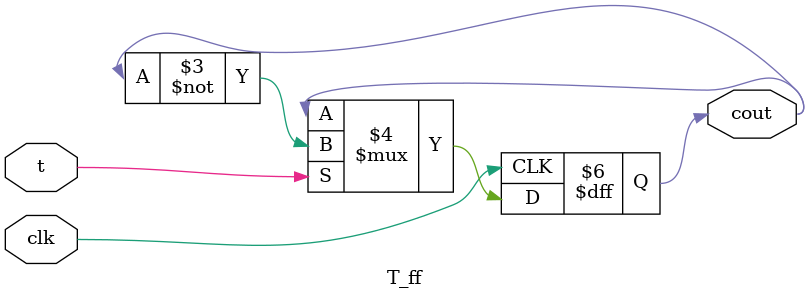
<source format=v>
module top_module (
    input clk,
    output [4:0] Q
);
  wire [2:1] Qselect;
  wire [2:1] selout;
  wire clk_n,t1,t2,t3,rst,rst_n;
  assign t1=~Q[0];
  assign clk_n=~clk;
  and(t2,~Q[0],~Q[1]);
  and (t3,~Q[0],~Q[1],~Q[2]);
  or(rst,Q[0],Q[1],Q[2]);
  T_ff FF0(.clk(clk_n),.t(1),.cout(Q[0]));
  T_ff FF1(.clk(clk_n),.t(selout[1]),.cout(Q[1]));
  T_ff FF2(.clk(clk_n),.t(selout[2]),.cout(Q[2]));
  T_ff FF3(.clk(clk_n),.t(t3),.cout(Q[3]));
  selsct sel1(.cout(selout[1]),.a(t1),.b(0),.sel(rst));
  selsct sel2(.cout(selout[2]),.a(t2),.b(0),.sel(rst));
endmodule

module selsct (
    input a,b,sel,
    output cout
);
    wire s,carry1,carry2;
    not(s,sel);
    and(carry1,s,a);
    and(carry2,sel,b);
    or(cout,carry1,carry2);
endmodule

module T_ff (
    input clk,t,
    output reg cout
);
  always @(negedge clk) 
  begin
      if(t==1)
       cout<=~cout;
  end  
endmodule
</source>
